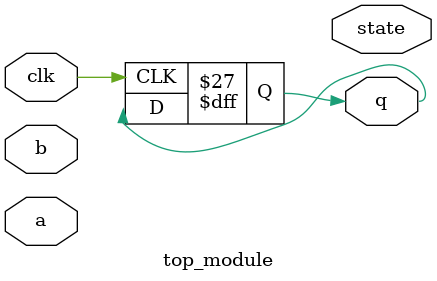
<source format=sv>
module top_module (
	input clk,
	input a,
	input b,
	output q,
	output state
);
	// Adding the flop-flop declaration
	reg q;
	// Initializing the flop-flop
	always @(posedge clk) begin
		q <= q;
	end

	// Adding the state declaration
	reg state;

	// Implementing the combinational logic
	always @(a, b, state) begin
		case (state)
			0: begin
				if (a == 0 && b == 0)
					state <= 0;
				else if (a == 0 && b == 1)
					state <= 1;
				else if (a == 1 && b == 0)
					state <= 1;
				else if (a == 1 && b == 1)
					state <= 0;
			end
			1: begin
				if (a == 0 && b == 0)
					state <= 0;
				else if (a == 0 && b == 1)
					state <= 0;
				else if (a == 1 && b == 0)
					state <= 0;
				else if (a == 1 && b == 1)
					state <= 1;
			end
		endcase
	end

	// Connecting the q output to the output port
	assign q = q;

	// Connecting the state output to the output port
	assign state = state;
endmodule

</source>
